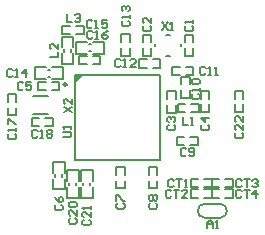
<source format=gto>
G04*
G04 #@! TF.GenerationSoftware,Altium Limited,Altium Designer,19.0.10 (269)*
G04*
G04 Layer_Color=65535*
%FSLAX24Y24*%
%MOIN*%
G70*
G01*
G75*
%ADD10C,0.0059*%
%ADD11C,0.0098*%
%ADD12C,0.0060*%
%ADD13C,0.0079*%
G36*
X-1181Y1378D02*
X-1378Y1181D01*
Y1378D01*
X-1181Y1378D01*
D02*
G37*
D10*
X3406Y-3358D02*
G03*
X3406Y-2885I0J236D01*
G01*
X2906D02*
G03*
X2906Y-3358I0J-236D01*
G01*
Y-2885D02*
X3406D01*
X2906Y-3358D02*
X3406D01*
D11*
X-1699Y1083D02*
G03*
X-1699Y1083I-49J0D01*
G01*
D12*
X3131Y-2412D02*
X3387D01*
X3584D02*
X3840D01*
X3131Y-2688D02*
X3387D01*
X3584D02*
X3840D01*
Y-2412D01*
X3131Y-2688D02*
Y-2412D01*
X3131Y-2062D02*
X3387D01*
X3584D02*
X3840D01*
X3131Y-2338D02*
X3387D01*
X3584D02*
X3840D01*
Y-2062D01*
X3131Y-2338D02*
Y-2062D01*
X2436Y-2412D02*
X2692D01*
X2888D02*
X3144D01*
X2436Y-2688D02*
X2692D01*
X2888D02*
X3144D01*
Y-2412D01*
X2436Y-2688D02*
Y-2412D01*
Y-2062D02*
X2692D01*
X2888D02*
X3144D01*
X2436Y-2338D02*
X2692D01*
X2888D02*
X3144D01*
Y-2062D01*
X2436Y-2338D02*
Y-2062D01*
X2421Y-925D02*
X2677D01*
X1968D02*
X2224D01*
X2421Y-650D02*
X2677D01*
X1968D02*
X2224D01*
X1968Y-925D02*
Y-650D01*
X2677Y-925D02*
Y-650D01*
X2264Y1407D02*
X2520D01*
X1811D02*
X2067D01*
X2264Y1683D02*
X2520D01*
X1811D02*
X2067D01*
X1811Y1407D02*
Y1683D01*
X2520Y1407D02*
Y1683D01*
X3901Y874D02*
X4177D01*
X3901Y166D02*
X4177D01*
X3901D02*
Y422D01*
Y618D02*
Y874D01*
X4177Y166D02*
Y422D01*
Y618D02*
Y874D01*
X1654Y148D02*
X1930D01*
X1654Y856D02*
X1930D01*
Y601D02*
Y856D01*
Y148D02*
Y404D01*
X1654Y601D02*
Y856D01*
Y148D02*
Y404D01*
X2450Y164D02*
X2706D01*
X1998D02*
X2254D01*
X2450Y440D02*
X2706D01*
X1998D02*
X2254Y440D01*
X1998Y164D02*
Y440D01*
X2706Y164D02*
Y440D01*
X2128Y1354D02*
X2404D01*
X2128Y646D02*
X2404D01*
X2128D02*
X2128Y902D01*
X2128Y1098D02*
Y1354D01*
X2404Y646D02*
Y902D01*
Y1098D02*
Y1354D01*
X2778Y166D02*
X3054D01*
X2778Y874D02*
X3054D01*
X3054Y618D02*
X3054Y874D01*
Y166D02*
Y422D01*
X2778Y874D02*
X2778Y618D01*
X2778Y166D02*
X2778Y422D01*
X-1841Y2766D02*
Y3041D01*
X-1132Y2766D02*
Y3041D01*
X-1388Y2766D02*
X-1132D01*
X-1841D02*
X-1585D01*
X-1388Y3041D02*
X-1132D01*
X-1841D02*
X-1585D01*
X-1870Y1762D02*
Y2126D01*
Y2323D02*
Y2687D01*
X-1476Y1762D02*
Y2126D01*
Y2323D02*
Y2687D01*
X-1870Y1762D02*
X-1476D01*
X-1870Y2687D02*
X-1476D01*
X-1230Y-2697D02*
Y-2333D01*
Y-2136D02*
Y-1772D01*
X-837Y-2697D02*
Y-2333D01*
Y-2136D02*
Y-1772D01*
X-1230D02*
X-837D01*
X-1230Y-2697D02*
X-837D01*
X-1693D02*
Y-2333D01*
Y-2136D02*
Y-1772D01*
X-1299Y-2697D02*
Y-2333D01*
Y-2136D02*
Y-1772D01*
X-1693D02*
X-1299D01*
X-1693Y-2697D02*
X-1299D01*
X-3377Y512D02*
Y768D01*
Y59D02*
Y315D01*
X-3652Y512D02*
Y768D01*
Y59D02*
Y315D01*
Y59D02*
X-3377D01*
X-3652Y768D02*
X-3377D01*
X-2865Y-30D02*
X-2609D01*
X-2412D02*
X-2156D01*
X-2865Y-305D02*
X-2609D01*
X-2412D02*
X-2156D01*
Y-30D01*
X-2865Y-305D02*
Y-30D01*
X-2648Y1171D02*
X-2392D01*
X-2195D02*
X-1939D01*
X-2648Y896D02*
X-2392D01*
X-2195D02*
X-1939D01*
Y1171D01*
X-2648Y896D02*
Y1171D01*
X-2746Y1663D02*
X-2382D01*
X-2185D02*
X-1821D01*
X-2746Y1270D02*
X-2382D01*
X-2185D02*
X-1821D01*
Y1663D01*
X-2746Y1270D02*
Y1663D01*
X404Y2500D02*
Y2756D01*
Y2047D02*
Y2303D01*
X128Y2500D02*
Y2756D01*
Y2047D02*
Y2303D01*
Y2047D02*
X404D01*
X128Y2756D02*
X404D01*
X1115Y2498D02*
Y2754D01*
Y2045D02*
Y2301D01*
X840Y2498D02*
Y2754D01*
Y2045D02*
Y2301D01*
Y2045D02*
X1115D01*
X840Y2754D02*
X1115D01*
X2103Y2376D02*
Y2423D01*
X1615Y2053D02*
X1741D01*
X1252Y2376D02*
Y2423D01*
X1615Y2746D02*
X1741D01*
X2240Y2045D02*
Y2301D01*
Y2498D02*
Y2754D01*
X2515Y2045D02*
Y2301D01*
Y2498D02*
Y2754D01*
X2240D02*
X2515D01*
X2240Y2045D02*
X2515D01*
X-2160Y-2411D02*
Y-2047D01*
Y-1850D02*
Y-1486D01*
X-1766Y-2411D02*
Y-2047D01*
Y-1850D02*
Y-1486D01*
X-2160D02*
X-1766D01*
X-2160Y-2411D02*
X-1766D01*
X-39Y-2372D02*
Y-2116D01*
Y-1919D02*
Y-1663D01*
X236Y-2372D02*
Y-2116D01*
Y-1919D02*
Y-1663D01*
X-39D02*
X236D01*
X-39Y-2372D02*
X236D01*
X1053D02*
Y-2116D01*
Y-1919D02*
Y-1663D01*
X1329Y-2372D02*
Y-2116D01*
Y-1919D02*
Y-1663D01*
X1053D02*
X1329D01*
X1053Y-2372D02*
X1329D01*
X1171Y1654D02*
X1427D01*
X718D02*
X974D01*
X1171Y1929D02*
X1427D01*
X718D02*
X974D01*
X718Y1654D02*
Y1929D01*
X1427Y1654D02*
Y1929D01*
X-576Y1762D02*
Y2038D01*
X-1284Y1762D02*
Y2038D01*
X-1028D01*
X-832D02*
X-576D01*
X-1284Y1762D02*
X-1028D01*
X-832D02*
X-576D01*
X-1388Y2112D02*
Y2506D01*
X-463Y2112D02*
Y2506D01*
X-827Y2112D02*
X-463D01*
X-1388D02*
X-1024D01*
X-827Y2506D02*
X-463D01*
X-1388D02*
X-1024D01*
X4130Y-2463D02*
X4085Y-2418D01*
X3995D01*
X3950Y-2463D01*
Y-2643D01*
X3995Y-2688D01*
X4085D01*
X4130Y-2643D01*
X4220Y-2418D02*
X4400D01*
X4310D01*
Y-2688D01*
X4625D02*
Y-2418D01*
X4490Y-2553D01*
X4670D01*
X1780Y-2463D02*
X1735Y-2418D01*
X1645D01*
X1600Y-2463D01*
Y-2643D01*
X1645Y-2688D01*
X1735D01*
X1780Y-2643D01*
X1870Y-2418D02*
X2050D01*
X1960D01*
Y-2688D01*
X2320D02*
X2140D01*
X2320Y-2508D01*
Y-2463D01*
X2275Y-2418D01*
X2185D01*
X2140Y-2463D01*
X2996Y-3712D02*
Y-3532D01*
X3085Y-3442D01*
X3175Y-3532D01*
Y-3712D01*
Y-3577D01*
X2996D01*
X3265Y-3712D02*
X3355D01*
X3310D01*
Y-3442D01*
X3265Y-3487D01*
X1870Y-2113D02*
X1825Y-2068D01*
X1735D01*
X1690Y-2113D01*
Y-2293D01*
X1735Y-2338D01*
X1825D01*
X1870Y-2293D01*
X1960Y-2068D02*
X2140D01*
X2050D01*
Y-2338D01*
X2230D02*
X2320D01*
X2275D01*
Y-2068D01*
X2230Y-2113D01*
X4130D02*
X4085Y-2068D01*
X3995D01*
X3950Y-2113D01*
Y-2293D01*
X3995Y-2338D01*
X4085D01*
X4130Y-2293D01*
X4220Y-2068D02*
X4400D01*
X4310D01*
Y-2338D01*
X4490Y-2113D02*
X4535Y-2068D01*
X4625D01*
X4670Y-2113D01*
Y-2158D01*
X4625Y-2203D01*
X4580D01*
X4625D01*
X4670Y-2248D01*
Y-2293D01*
X4625Y-2338D01*
X4535D01*
X4490Y-2293D01*
X2290Y-1075D02*
X2245Y-1030D01*
X2155D01*
X2110Y-1075D01*
Y-1255D01*
X2155Y-1300D01*
X2245D01*
X2290Y-1255D01*
X2380D02*
X2425Y-1300D01*
X2515D01*
X2560Y-1255D01*
Y-1075D01*
X2515Y-1030D01*
X2425D01*
X2380Y-1075D01*
Y-1120D01*
X2425Y-1165D01*
X2560D01*
X2930Y1635D02*
X2885Y1680D01*
X2795D01*
X2750Y1635D01*
Y1455D01*
X2795Y1410D01*
X2885D01*
X2930Y1455D01*
X3020Y1410D02*
X3110D01*
X3065D01*
Y1680D01*
X3020Y1635D01*
X3245Y1410D02*
X3335D01*
X3290D01*
Y1680D01*
X3245Y1635D01*
X3952Y-519D02*
X3908Y-564D01*
Y-654D01*
X3952Y-699D01*
X4132D01*
X4177Y-654D01*
Y-564D01*
X4132Y-519D01*
X4177Y-249D02*
Y-429D01*
X3997Y-249D01*
X3952D01*
X3908Y-294D01*
Y-384D01*
X3952Y-429D01*
X4177Y21D02*
Y-159D01*
X3997Y21D01*
X3952D01*
X3908Y-24D01*
Y-114D01*
X3952Y-159D01*
X1702Y-250D02*
X1658Y-295D01*
Y-385D01*
X1702Y-430D01*
X1882D01*
X1927Y-385D01*
Y-295D01*
X1882Y-250D01*
X1702Y-160D02*
X1658Y-115D01*
Y-25D01*
X1702Y20D01*
X1747D01*
X1792Y-25D01*
Y-70D01*
Y-25D01*
X1837Y20D01*
X1882D01*
X1927Y-25D01*
Y-115D01*
X1882Y-160D01*
X2167Y20D02*
Y-250D01*
X2347D01*
X2437D02*
X2527D01*
X2482D01*
Y20D01*
X2437Y-25D01*
X2515Y780D02*
X2470Y735D01*
Y645D01*
X2515Y600D01*
X2695D01*
X2740Y645D01*
Y735D01*
X2695Y780D01*
X2740Y870D02*
Y960D01*
Y915D01*
X2470D01*
X2515Y870D01*
Y1095D02*
X2470Y1140D01*
Y1230D01*
X2515Y1275D01*
X2695D01*
X2740Y1230D01*
Y1140D01*
X2695Y1095D01*
X2515D01*
X2822Y-250D02*
X2778Y-295D01*
Y-385D01*
X2822Y-430D01*
X3002D01*
X3047Y-385D01*
Y-295D01*
X3002Y-250D01*
X3047Y-25D02*
X2778D01*
X2912Y-160D01*
Y20D01*
X-1700Y3440D02*
Y3170D01*
X-1520D01*
X-1430Y3395D02*
X-1385Y3440D01*
X-1295D01*
X-1250Y3395D01*
Y3350D01*
X-1295Y3305D01*
X-1340D01*
X-1295D01*
X-1250Y3260D01*
Y3215D01*
X-1295Y3170D01*
X-1385D01*
X-1430Y3215D01*
X-2256Y2000D02*
X-1986D01*
Y2180D01*
Y2450D02*
Y2270D01*
X-2166Y2450D01*
X-2211D01*
X-2256Y2405D01*
Y2315D01*
X-2211Y2270D01*
X-1128Y-3420D02*
X-1172Y-3465D01*
Y-3555D01*
X-1128Y-3600D01*
X-948D01*
X-903Y-3555D01*
Y-3465D01*
X-948Y-3420D01*
X-903Y-3150D02*
Y-3330D01*
X-1083Y-3150D01*
X-1128D01*
X-1172Y-3195D01*
Y-3285D01*
X-1128Y-3330D01*
X-903Y-3060D02*
Y-2970D01*
Y-3015D01*
X-1172D01*
X-1128Y-3060D01*
X-3500Y1555D02*
X-3545Y1600D01*
X-3635D01*
X-3680Y1555D01*
Y1375D01*
X-3635Y1330D01*
X-3545D01*
X-3500Y1375D01*
X-3410Y1330D02*
X-3320D01*
X-3365D01*
Y1600D01*
X-3410Y1555D01*
X-3050Y1330D02*
Y1600D01*
X-3185Y1465D01*
X-3005D01*
X-1800Y170D02*
X-1530Y350D01*
X-1800D02*
X-1530Y170D01*
Y620D02*
Y440D01*
X-1710Y620D01*
X-1755D01*
X-1800Y575D01*
Y485D01*
X-1755Y440D01*
X-1819Y-660D02*
X-1594D01*
X-1549Y-615D01*
Y-525D01*
X-1594Y-480D01*
X-1819D01*
X-1549Y-390D02*
Y-300D01*
Y-345D01*
X-1819D01*
X-1774Y-390D01*
X885Y3050D02*
X840Y3005D01*
Y2915D01*
X885Y2870D01*
X1065D01*
X1110Y2915D01*
Y3005D01*
X1065Y3050D01*
X1110Y3320D02*
Y3140D01*
X930Y3320D01*
X885D01*
X840Y3275D01*
Y3185D01*
X885Y3140D01*
X5Y-2870D02*
X-40Y-2915D01*
Y-3005D01*
X5Y-3050D01*
X185D01*
X230Y-3005D01*
Y-2915D01*
X185Y-2870D01*
X-40Y-2780D02*
Y-2600D01*
X5D01*
X185Y-2780D01*
X230D01*
X1490Y3160D02*
X1670Y2890D01*
Y3160D02*
X1490Y2890D01*
X1760D02*
X1850D01*
X1805D01*
Y3160D01*
X1760Y3115D01*
X2295Y3050D02*
X2250Y3005D01*
Y2915D01*
X2295Y2870D01*
X2475D01*
X2520Y2915D01*
Y3005D01*
X2475Y3050D01*
X2520Y3140D02*
Y3230D01*
Y3185D01*
X2250D01*
X2295Y3140D01*
X1095Y-2870D02*
X1050Y-2915D01*
Y-3005D01*
X1095Y-3050D01*
X1275D01*
X1320Y-3005D01*
Y-2915D01*
X1275Y-2870D01*
X1095Y-2780D02*
X1050Y-2735D01*
Y-2645D01*
X1095Y-2600D01*
X1140D01*
X1185Y-2645D01*
X1230Y-2600D01*
X1275D01*
X1320Y-2645D01*
Y-2735D01*
X1275Y-2780D01*
X1230D01*
X1185Y-2735D01*
X1140Y-2780D01*
X1095D01*
X1185Y-2735D02*
Y-2645D01*
X-2055Y-2920D02*
X-2100Y-2965D01*
Y-3055D01*
X-2055Y-3100D01*
X-1875D01*
X-1830Y-3055D01*
Y-2965D01*
X-1875Y-2920D01*
X-2100Y-2650D02*
X-2055Y-2740D01*
X-1965Y-2830D01*
X-1875D01*
X-1830Y-2785D01*
Y-2695D01*
X-1875Y-2650D01*
X-1920D01*
X-1965Y-2695D01*
Y-2830D01*
X-3150Y1125D02*
X-3195Y1170D01*
X-3285D01*
X-3330Y1125D01*
Y945D01*
X-3285Y900D01*
X-3195D01*
X-3150Y945D01*
X-2880Y1170D02*
X-3060D01*
Y1035D01*
X-2970Y1080D01*
X-2925D01*
X-2880Y1035D01*
Y945D01*
X-2925Y900D01*
X-3015D01*
X-3060Y945D01*
X-3605Y-550D02*
X-3650Y-595D01*
Y-685D01*
X-3605Y-730D01*
X-3425D01*
X-3380Y-685D01*
Y-595D01*
X-3425Y-550D01*
X-3380Y-460D02*
Y-370D01*
Y-415D01*
X-3650D01*
X-3605Y-460D01*
X-3650Y-235D02*
Y-55D01*
X-3605D01*
X-3425Y-235D01*
X-3380D01*
X-2670Y-465D02*
X-2715Y-420D01*
X-2805D01*
X-2850Y-465D01*
Y-645D01*
X-2805Y-690D01*
X-2715D01*
X-2670Y-645D01*
X-2580Y-690D02*
X-2490D01*
X-2535D01*
Y-420D01*
X-2580Y-465D01*
X-2355D02*
X-2310Y-420D01*
X-2220D01*
X-2175Y-465D01*
Y-510D01*
X-2220Y-555D01*
X-2175Y-600D01*
Y-645D01*
X-2220Y-690D01*
X-2310D01*
X-2355Y-645D01*
Y-600D01*
X-2310Y-555D01*
X-2355Y-510D01*
Y-465D01*
X-2310Y-555D02*
X-2220D01*
X-1587Y-3370D02*
X-1632Y-3415D01*
Y-3505D01*
X-1587Y-3550D01*
X-1408D01*
X-1363Y-3505D01*
Y-3415D01*
X-1408Y-3370D01*
X-1363Y-3100D02*
Y-3280D01*
X-1543Y-3100D01*
X-1587D01*
X-1632Y-3145D01*
Y-3235D01*
X-1587Y-3280D01*
Y-3010D02*
X-1632Y-2965D01*
Y-2875D01*
X-1587Y-2830D01*
X-1408D01*
X-1363Y-2875D01*
Y-2965D01*
X-1408Y-3010D01*
X-1587D01*
X103Y1895D02*
X58Y1940D01*
X-32D01*
X-77Y1895D01*
Y1715D01*
X-32Y1670D01*
X58D01*
X103Y1715D01*
X193Y1670D02*
X283D01*
X238D01*
Y1940D01*
X193Y1895D01*
X598Y1670D02*
X418D01*
X598Y1850D01*
Y1895D01*
X553Y1940D01*
X463D01*
X418Y1895D01*
X175Y3210D02*
X130Y3165D01*
Y3075D01*
X175Y3030D01*
X355D01*
X400Y3075D01*
Y3165D01*
X355Y3210D01*
X400Y3300D02*
Y3390D01*
Y3345D01*
X130D01*
X175Y3300D01*
Y3525D02*
X130Y3570D01*
Y3660D01*
X175Y3705D01*
X220D01*
X265Y3660D01*
Y3615D01*
Y3660D01*
X310Y3705D01*
X355D01*
X400Y3660D01*
Y3570D01*
X355Y3525D01*
X-830Y2835D02*
X-875Y2880D01*
X-965D01*
X-1010Y2835D01*
Y2655D01*
X-965Y2610D01*
X-875D01*
X-830Y2655D01*
X-740Y2610D02*
X-650D01*
X-695D01*
Y2880D01*
X-740Y2835D01*
X-335Y2880D02*
X-425Y2835D01*
X-515Y2745D01*
Y2655D01*
X-470Y2610D01*
X-380D01*
X-335Y2655D01*
Y2700D01*
X-380Y2745D01*
X-515D01*
X-840Y3195D02*
X-885Y3240D01*
X-975D01*
X-1020Y3195D01*
Y3015D01*
X-975Y2970D01*
X-885D01*
X-840Y3015D01*
X-750Y2970D02*
X-660D01*
X-705D01*
Y3240D01*
X-750Y3195D01*
X-345Y3240D02*
X-525D01*
Y3105D01*
X-435Y3150D01*
X-390D01*
X-345Y3105D01*
Y3015D01*
X-390Y2970D01*
X-480D01*
X-525Y3015D01*
D13*
X-1791Y2185D02*
Y2264D01*
X-1555Y2185D02*
Y2264D01*
X-2806Y699D02*
X-2334D01*
X-2806Y108D02*
X-2334D01*
X-1417Y-1417D02*
X1417D01*
X-1417Y1417D02*
X1417D01*
Y-1417D02*
Y1417D01*
X-1417Y-1417D02*
Y1417D01*
X-1152Y-2274D02*
Y-2195D01*
X-915Y-2274D02*
Y-2195D01*
X-1614Y-2274D02*
Y-2195D01*
X-1378Y-2274D02*
Y-2195D01*
X-2323Y1585D02*
X-2244D01*
X-2323Y1348D02*
X-2244D01*
X-2081Y-1988D02*
Y-1909D01*
X-1845Y-1988D02*
Y-1909D01*
X-965Y2191D02*
X-886D01*
X-965Y2427D02*
X-886D01*
M02*

</source>
